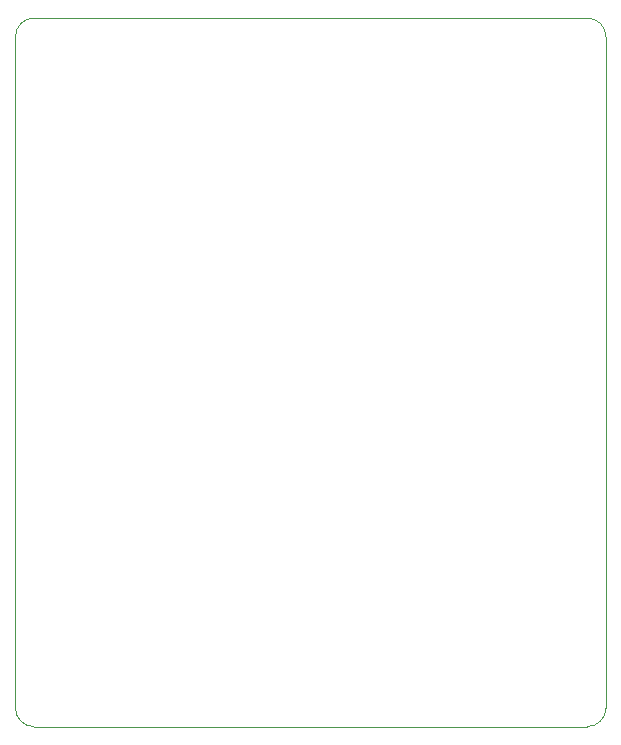
<source format=gbr>
%TF.GenerationSoftware,KiCad,Pcbnew,(7.0.0)*%
%TF.CreationDate,2023-03-04T19:16:17-06:00*%
%TF.ProjectId,OpenRectangleBreakout,4f70656e-5265-4637-9461-6e676c654272,rev?*%
%TF.SameCoordinates,Original*%
%TF.FileFunction,Profile,NP*%
%FSLAX46Y46*%
G04 Gerber Fmt 4.6, Leading zero omitted, Abs format (unit mm)*
G04 Created by KiCad (PCBNEW (7.0.0)) date 2023-03-04 19:16:17*
%MOMM*%
%LPD*%
G01*
G04 APERTURE LIST*
%TA.AperFunction,Profile*%
%ADD10C,0.100000*%
%TD*%
G04 APERTURE END LIST*
D10*
X69974968Y-30392468D02*
X69974968Y-87217468D01*
X19974968Y-30392468D02*
X19974968Y-87217468D01*
X45311629Y-28804968D02*
X68387468Y-28804968D01*
X19974962Y-87217468D02*
G75*
G03*
X21562468Y-88804968I1587578J78D01*
G01*
X68387468Y-88804968D02*
G75*
G03*
X69974968Y-87217468I32J1587468D01*
G01*
X21562468Y-28804968D02*
G75*
G03*
X19974968Y-30392468I2J-1587502D01*
G01*
X21562468Y-28804968D02*
X45311629Y-28804968D01*
X69975032Y-30392468D02*
G75*
G03*
X68387468Y-28804968I-1587532J-32D01*
G01*
X68387468Y-88804968D02*
X21562468Y-88804968D01*
M02*

</source>
